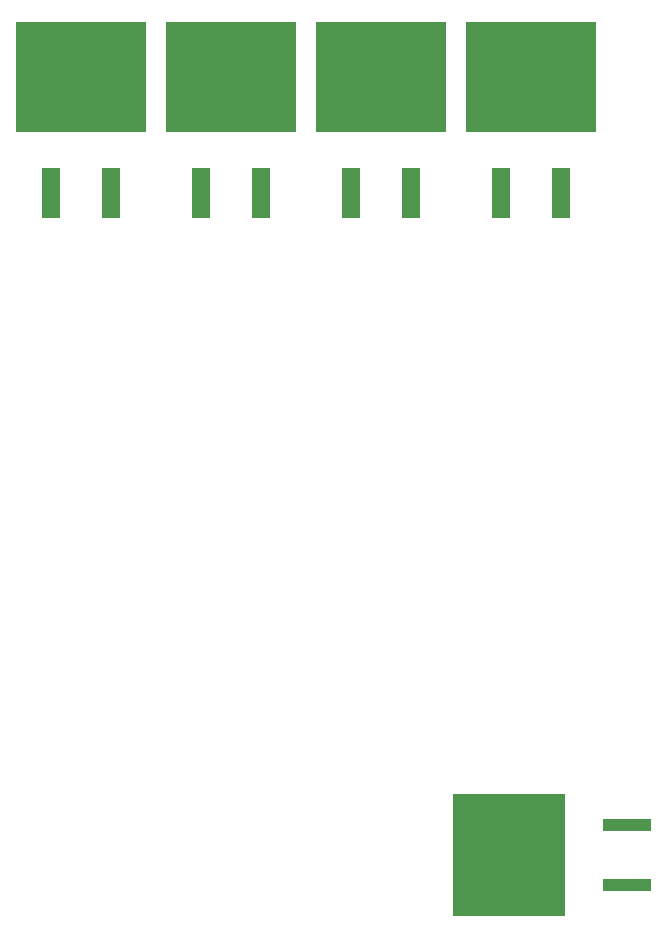
<source format=gbp>
G04*
G04 #@! TF.GenerationSoftware,Altium Limited,Altium Designer,25.0.2 (28)*
G04*
G04 Layer_Color=128*
%FSLAX44Y44*%
%MOMM*%
G71*
G04*
G04 #@! TF.SameCoordinates,AC037715-0773-48B7-9E6E-B3265F142276*
G04*
G04*
G04 #@! TF.FilePolarity,Positive*
G04*
G01*
G75*
%ADD151R,11.0744X9.2964*%
%ADD152R,1.6002X4.2926*%
%ADD153R,4.1000X1.0500*%
%ADD154R,9.6000X10.4500*%
D151*
X361950Y1054100D02*
D03*
X488950D02*
D03*
X234950D02*
D03*
X107950D02*
D03*
D152*
X336550Y956183D02*
D03*
X387350D02*
D03*
X463550D02*
D03*
X514350D02*
D03*
X209550D02*
D03*
X260350D02*
D03*
X82550D02*
D03*
X133350D02*
D03*
D153*
X569960Y421005D02*
D03*
Y370205D02*
D03*
D154*
X470460Y395605D02*
D03*
M02*

</source>
